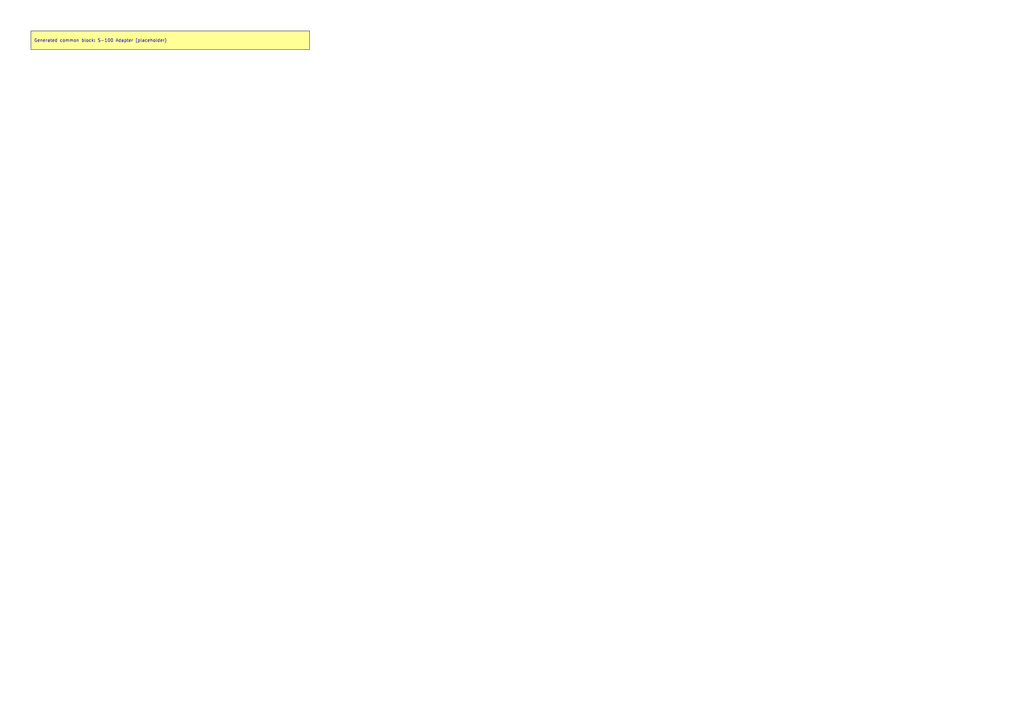
<source format=kicad_sch>
(kicad_sch
	(version 20250114)
	(generator "kicadgen")
	(generator_version "0.1")
	(uuid "a4c8715a-d408-541a-b1cd-97a5f90b163c")
	(paper "A3")
	(title_block
		(title "S-100 Adapter (placeholder)")
		(company "Project Carbon")
		(comment 1 "Generated - do not edit in generated/")
		(comment 2 "Edit in schem/kicad9/manual/ or refine mapping specs")
	)
	(lib_symbols)
	(text_box
		"Generated common block: S-100 Adapter (placeholder)"
		(exclude_from_sim no)
		(at
			12.7
			12.7
			0
		)
		(size 114.3 7.62)
		(margins
			1.27
			1.27
			1.27
			1.27
		)
		(stroke
			(width 0)
			(type default)
			(color
				0
				0
				0
				1
			)
		)
		(fill
			(type color)
			(color
				255
				255
				150
				1
			)
		)
		(effects
			(font
				(size 1.27 1.27)
			)
			(justify left)
		)
		(uuid "16c429af-84c1-51ee-b3c0-2f60fc5aa84f")
	)
	(sheet_instances
		(path
			"/"
			(page "1")
		)
	)
	(embedded_fonts no)
)

</source>
